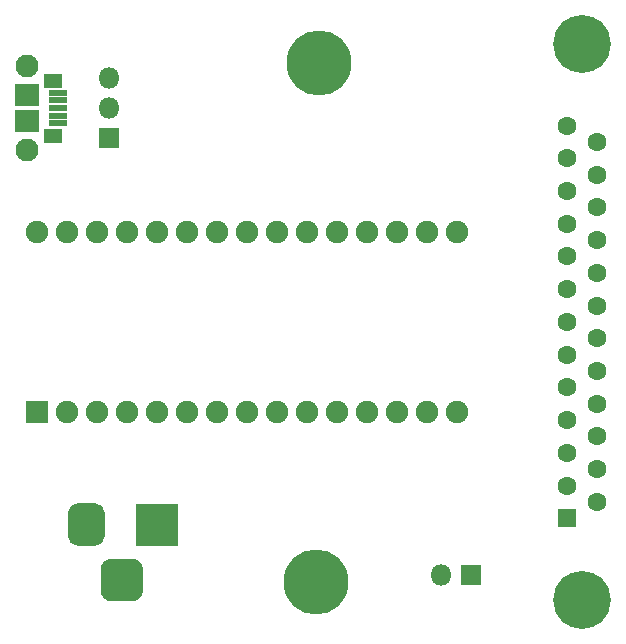
<source format=gbr>
%TF.GenerationSoftware,KiCad,Pcbnew,(5.1.6)-1*%
%TF.CreationDate,2023-12-08T07:15:54-05:00*%
%TF.ProjectId,plipbox-wiretap,706c6970-626f-4782-9d77-697265746170,rev?*%
%TF.SameCoordinates,Original*%
%TF.FileFunction,Soldermask,Top*%
%TF.FilePolarity,Negative*%
%FSLAX46Y46*%
G04 Gerber Fmt 4.6, Leading zero omitted, Abs format (unit mm)*
G04 Created by KiCad (PCBNEW (5.1.6)-1) date 2023-12-08 07:15:54*
%MOMM*%
%LPD*%
G01*
G04 APERTURE LIST*
%ADD10C,5.500000*%
%ADD11C,0.900000*%
%ADD12R,1.600000X1.600000*%
%ADD13C,1.600000*%
%ADD14C,4.900000*%
%ADD15R,1.800000X1.800000*%
%ADD16O,1.800000X1.800000*%
%ADD17R,3.600000X3.600000*%
%ADD18C,1.900000*%
%ADD19R,1.900000X1.900000*%
%ADD20R,1.500000X0.500000*%
%ADD21C,1.950000*%
%ADD22R,2.000000X1.850000*%
%ADD23R,1.550000X1.250000*%
G04 APERTURE END LIST*
D10*
%TO.C,REF\u002A\u002A*%
X176022000Y-101092000D03*
D11*
X178047000Y-101092000D03*
X177453891Y-102523891D03*
X176022000Y-103117000D03*
X174590109Y-102523891D03*
X173997000Y-101092000D03*
X174590109Y-99660109D03*
X176022000Y-99067000D03*
X177453891Y-99660109D03*
%TD*%
%TO.C,REF\u002A\u002A*%
X177707891Y-55718109D03*
X176276000Y-55125000D03*
X174844109Y-55718109D03*
X174251000Y-57150000D03*
X174844109Y-58581891D03*
X176276000Y-59175000D03*
X177707891Y-58581891D03*
X178301000Y-57150000D03*
D10*
X176276000Y-57150000D03*
%TD*%
D12*
%TO.C,J0*%
X197281800Y-95681800D03*
D13*
X197281800Y-92911800D03*
X197281800Y-90141800D03*
X197281800Y-87371800D03*
X197281800Y-84601800D03*
X197281800Y-81831800D03*
X197281800Y-79061800D03*
X197281800Y-76291800D03*
X197281800Y-73521800D03*
X197281800Y-70751800D03*
X197281800Y-67981800D03*
X197281800Y-65211800D03*
X197281800Y-62441800D03*
X199821800Y-94296800D03*
X199821800Y-91526800D03*
X199821800Y-88756800D03*
X199821800Y-85986800D03*
X199821800Y-83216800D03*
X199821800Y-80446800D03*
X199821800Y-77676800D03*
X199821800Y-74906800D03*
X199821800Y-72136800D03*
X199821800Y-69366800D03*
X199821800Y-66596800D03*
X199821800Y-63826800D03*
D14*
X198551800Y-102581800D03*
X198551800Y-55541800D03*
%TD*%
D15*
%TO.C,J1*%
X158496000Y-63500000D03*
D16*
X158496000Y-60960000D03*
X158496000Y-58420000D03*
%TD*%
D17*
%TO.C,J3*%
X162560000Y-96215200D03*
G36*
G01*
X155010000Y-97240200D02*
X155010000Y-95190200D01*
G75*
G02*
X155785000Y-94415200I775000J0D01*
G01*
X157335000Y-94415200D01*
G75*
G02*
X158110000Y-95190200I0J-775000D01*
G01*
X158110000Y-97240200D01*
G75*
G02*
X157335000Y-98015200I-775000J0D01*
G01*
X155785000Y-98015200D01*
G75*
G02*
X155010000Y-97240200I0J775000D01*
G01*
G37*
G36*
G01*
X157760000Y-101815200D02*
X157760000Y-100015200D01*
G75*
G02*
X158660000Y-99115200I900000J0D01*
G01*
X160460000Y-99115200D01*
G75*
G02*
X161360000Y-100015200I0J-900000D01*
G01*
X161360000Y-101815200D01*
G75*
G02*
X160460000Y-102715200I-900000J0D01*
G01*
X158660000Y-102715200D01*
G75*
G02*
X157760000Y-101815200I0J900000D01*
G01*
G37*
%TD*%
D18*
%TO.C,TB1*%
X152374600Y-71424800D03*
X154914600Y-71424800D03*
X157454600Y-71424800D03*
X159994600Y-71424800D03*
X162534600Y-71424800D03*
X165074600Y-71424800D03*
X167614600Y-71424800D03*
X170154600Y-71424800D03*
X172694600Y-71424800D03*
X175234600Y-71424800D03*
X177774600Y-71424800D03*
X180314600Y-71424800D03*
X182854600Y-71424800D03*
X185394600Y-71424800D03*
X187934600Y-71424800D03*
X187934600Y-86664800D03*
X185394600Y-86664800D03*
X182854600Y-86664800D03*
X180314600Y-86664800D03*
X177774600Y-86664800D03*
X175234600Y-86664800D03*
X172694600Y-86664800D03*
X170154600Y-86664800D03*
X167614600Y-86664800D03*
X165074600Y-86664800D03*
X162534600Y-86664800D03*
X159994600Y-86664800D03*
X157454600Y-86664800D03*
X154914600Y-86664800D03*
D19*
X152374600Y-86664800D03*
%TD*%
D20*
%TO.C,J2*%
X154161000Y-59660000D03*
X154161000Y-60310000D03*
X154161000Y-60960000D03*
X154161000Y-61610000D03*
X154161000Y-62260000D03*
D21*
X151511000Y-57385000D03*
X151511000Y-64535000D03*
D22*
X151511000Y-59835000D03*
X151511000Y-62085000D03*
D23*
X153741000Y-58640000D03*
X153741000Y-63280000D03*
%TD*%
D15*
%TO.C,J4*%
X189153800Y-100467160D03*
D16*
X186613800Y-100467160D03*
%TD*%
M02*

</source>
